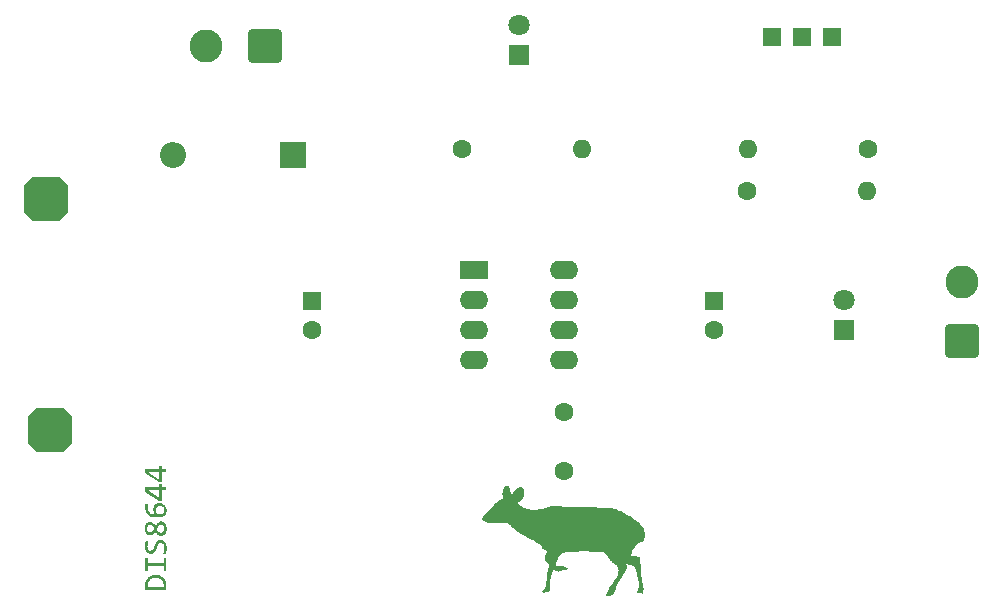
<source format=gbr>
%TF.GenerationSoftware,KiCad,Pcbnew,8.0.8*%
%TF.CreationDate,2025-04-26T12:51:53-04:00*%
%TF.ProjectId,udpudu,75647075-6475-42e6-9b69-6361645f7063,rev?*%
%TF.SameCoordinates,Original*%
%TF.FileFunction,Soldermask,Top*%
%TF.FilePolarity,Negative*%
%FSLAX46Y46*%
G04 Gerber Fmt 4.6, Leading zero omitted, Abs format (unit mm)*
G04 Created by KiCad (PCBNEW 8.0.8) date 2025-04-26 12:51:53*
%MOMM*%
%LPD*%
G01*
G04 APERTURE LIST*
G04 Aperture macros list*
%AMRoundRect*
0 Rectangle with rounded corners*
0 $1 Rounding radius*
0 $2 $3 $4 $5 $6 $7 $8 $9 X,Y pos of 4 corners*
0 Add a 4 corners polygon primitive as box body*
4,1,4,$2,$3,$4,$5,$6,$7,$8,$9,$2,$3,0*
0 Add four circle primitives for the rounded corners*
1,1,$1+$1,$2,$3*
1,1,$1+$1,$4,$5*
1,1,$1+$1,$6,$7*
1,1,$1+$1,$8,$9*
0 Add four rect primitives between the rounded corners*
20,1,$1+$1,$2,$3,$4,$5,0*
20,1,$1+$1,$4,$5,$6,$7,0*
20,1,$1+$1,$6,$7,$8,$9,0*
20,1,$1+$1,$8,$9,$2,$3,0*%
%AMOutline5P*
0 Free polygon, 5 corners , with rotation*
0 The origin of the aperture is its center*
0 number of corners: always 5*
0 $1 to $10 corner X, Y*
0 $11 Rotation angle, in degrees counterclockwise*
0 create outline with 5 corners*
4,1,5,$1,$2,$3,$4,$5,$6,$7,$8,$9,$10,$1,$2,$11*%
%AMOutline6P*
0 Free polygon, 6 corners , with rotation*
0 The origin of the aperture is its center*
0 number of corners: always 6*
0 $1 to $12 corner X, Y*
0 $13 Rotation angle, in degrees counterclockwise*
0 create outline with 6 corners*
4,1,6,$1,$2,$3,$4,$5,$6,$7,$8,$9,$10,$11,$12,$1,$2,$13*%
%AMOutline7P*
0 Free polygon, 7 corners , with rotation*
0 The origin of the aperture is its center*
0 number of corners: always 7*
0 $1 to $14 corner X, Y*
0 $15 Rotation angle, in degrees counterclockwise*
0 create outline with 7 corners*
4,1,7,$1,$2,$3,$4,$5,$6,$7,$8,$9,$10,$11,$12,$13,$14,$1,$2,$15*%
%AMOutline8P*
0 Free polygon, 8 corners , with rotation*
0 The origin of the aperture is its center*
0 number of corners: always 8*
0 $1 to $16 corner X, Y*
0 $17 Rotation angle, in degrees counterclockwise*
0 create outline with 8 corners*
4,1,8,$1,$2,$3,$4,$5,$6,$7,$8,$9,$10,$11,$12,$13,$14,$15,$16,$1,$2,$17*%
G04 Aperture macros list end*
%ADD10C,0.000000*%
%ADD11C,0.100000*%
%ADD12R,1.600000X1.600000*%
%ADD13C,1.600000*%
%ADD14R,1.500000X1.500000*%
%ADD15Outline8P,-1.900000X1.140000X-1.140000X1.900000X1.140000X1.900000X1.900000X1.140000X1.900000X-1.140000X1.140000X-1.900000X-1.140000X-1.900000X-1.900000X-1.140000X180.000000*%
%ADD16R,1.800000X1.800000*%
%ADD17C,1.800000*%
%ADD18O,1.600000X1.600000*%
%ADD19RoundRect,0.250001X1.149999X1.149999X-1.149999X1.149999X-1.149999X-1.149999X1.149999X-1.149999X0*%
%ADD20C,2.800000*%
%ADD21RoundRect,0.250001X1.149999X-1.149999X1.149999X1.149999X-1.149999X1.149999X-1.149999X-1.149999X0*%
%ADD22Outline8P,-1.900000X1.140000X-1.140000X1.900000X1.140000X1.900000X1.900000X1.140000X1.900000X-1.140000X1.140000X-1.900000X-1.140000X-1.900000X-1.900000X-1.140000X0.000000*%
%ADD23R,2.200000X2.200000*%
%ADD24O,2.200000X2.200000*%
%ADD25R,2.400000X1.600000*%
%ADD26O,2.400000X1.600000*%
G04 APERTURE END LIST*
D10*
G36*
X91500000Y-92000000D02*
G01*
X91524531Y-92002059D01*
X91536534Y-92003837D01*
X91548310Y-92006114D01*
X91559818Y-92008892D01*
X91571019Y-92012173D01*
X91581874Y-92015956D01*
X91592343Y-92020244D01*
X91602386Y-92025036D01*
X91611964Y-92030335D01*
X91621037Y-92036142D01*
X91629565Y-92042456D01*
X91637508Y-92049280D01*
X91644828Y-92056615D01*
X91661554Y-92076581D01*
X91677579Y-92098693D01*
X91692872Y-92122829D01*
X91707402Y-92148864D01*
X91721139Y-92176676D01*
X91734051Y-92206141D01*
X91746107Y-92237136D01*
X91757276Y-92269539D01*
X91767528Y-92303225D01*
X91776831Y-92338071D01*
X91785154Y-92373955D01*
X91792466Y-92410752D01*
X91798736Y-92448340D01*
X91803934Y-92486595D01*
X91808028Y-92525395D01*
X91810987Y-92564615D01*
X91812165Y-92594811D01*
X91813546Y-92622005D01*
X91815168Y-92646359D01*
X91816082Y-92657522D01*
X91817072Y-92668035D01*
X91818143Y-92677918D01*
X91819299Y-92687192D01*
X91820546Y-92695877D01*
X91821888Y-92703993D01*
X91823332Y-92711560D01*
X91824881Y-92718599D01*
X91826541Y-92725129D01*
X91828317Y-92731171D01*
X91830214Y-92736744D01*
X91832236Y-92741870D01*
X91834390Y-92746568D01*
X91836680Y-92750857D01*
X91839111Y-92754760D01*
X91841688Y-92758295D01*
X91844416Y-92761482D01*
X91847301Y-92764343D01*
X91850346Y-92766897D01*
X91853558Y-92769163D01*
X91856941Y-92771164D01*
X91860501Y-92772917D01*
X91864242Y-92774444D01*
X91868169Y-92775766D01*
X91872288Y-92776901D01*
X91876603Y-92777870D01*
X91884103Y-92778648D01*
X91891335Y-92778585D01*
X91894856Y-92778232D01*
X91898316Y-92777660D01*
X91901717Y-92776868D01*
X91905062Y-92775852D01*
X91908353Y-92774610D01*
X91911592Y-92773139D01*
X91914781Y-92771435D01*
X91917922Y-92769498D01*
X91921017Y-92767323D01*
X91924068Y-92764909D01*
X91930049Y-92759349D01*
X91935881Y-92752797D01*
X91941581Y-92745231D01*
X91947167Y-92736629D01*
X91952654Y-92726971D01*
X91958062Y-92716233D01*
X91963405Y-92704394D01*
X91968702Y-92691433D01*
X91973970Y-92677328D01*
X91984109Y-92651678D01*
X91995629Y-92625869D01*
X92022522Y-92574028D01*
X92054080Y-92522315D01*
X92089733Y-92471242D01*
X92128912Y-92421320D01*
X92171046Y-92373058D01*
X92215566Y-92326969D01*
X92261903Y-92283562D01*
X92309485Y-92243349D01*
X92357745Y-92206840D01*
X92406111Y-92174546D01*
X92454015Y-92146979D01*
X92500886Y-92124648D01*
X92523756Y-92115606D01*
X92546155Y-92108065D01*
X92568011Y-92102089D01*
X92589252Y-92097741D01*
X92609808Y-92095086D01*
X92629607Y-92094186D01*
X92641641Y-92094486D01*
X92653625Y-92095380D01*
X92665543Y-92096853D01*
X92677383Y-92098896D01*
X92689131Y-92101496D01*
X92700773Y-92104640D01*
X92712295Y-92108318D01*
X92723683Y-92112517D01*
X92734924Y-92117225D01*
X92746004Y-92122431D01*
X92756910Y-92128122D01*
X92767627Y-92134286D01*
X92778141Y-92140912D01*
X92788440Y-92147988D01*
X92808333Y-92163441D01*
X92827197Y-92180549D01*
X92844922Y-92199218D01*
X92861397Y-92219353D01*
X92876513Y-92240856D01*
X92890159Y-92263634D01*
X92896397Y-92275471D01*
X92902225Y-92287591D01*
X92907632Y-92299982D01*
X92912602Y-92312632D01*
X92917122Y-92325529D01*
X92921178Y-92338661D01*
X92930620Y-92376031D01*
X92938332Y-92414055D01*
X92944353Y-92452631D01*
X92948721Y-92491656D01*
X92951474Y-92531029D01*
X92952649Y-92570647D01*
X92952287Y-92610407D01*
X92950423Y-92650208D01*
X92947096Y-92689947D01*
X92942345Y-92729521D01*
X92936208Y-92768829D01*
X92928722Y-92807767D01*
X92919925Y-92846235D01*
X92909857Y-92884129D01*
X92898554Y-92921346D01*
X92886055Y-92957786D01*
X92872397Y-92993345D01*
X92857620Y-93027921D01*
X92841761Y-93061412D01*
X92824858Y-93093716D01*
X92806950Y-93124729D01*
X92788073Y-93154351D01*
X92768267Y-93182478D01*
X92747570Y-93209008D01*
X92726019Y-93233839D01*
X92703653Y-93256868D01*
X92680509Y-93277994D01*
X92656627Y-93297114D01*
X92632043Y-93314125D01*
X92606796Y-93328926D01*
X92580924Y-93341414D01*
X92554466Y-93351486D01*
X92525190Y-93360416D01*
X92499551Y-93368453D01*
X92477364Y-93375745D01*
X92467508Y-93379159D01*
X92458447Y-93382443D01*
X92450156Y-93385615D01*
X92442614Y-93388693D01*
X92435797Y-93391698D01*
X92429682Y-93394647D01*
X92424247Y-93397558D01*
X92419469Y-93400451D01*
X92415324Y-93403344D01*
X92411789Y-93406255D01*
X92408842Y-93409204D01*
X92406460Y-93412208D01*
X92404619Y-93415287D01*
X92403297Y-93418459D01*
X92402470Y-93421743D01*
X92402116Y-93425156D01*
X92402212Y-93428719D01*
X92402735Y-93432449D01*
X92403662Y-93436365D01*
X92404970Y-93440486D01*
X92406635Y-93444829D01*
X92408636Y-93449415D01*
X92413550Y-93459387D01*
X92419528Y-93470549D01*
X92432664Y-93489341D01*
X92454937Y-93512367D01*
X92485352Y-93539012D01*
X92522914Y-93568660D01*
X92566628Y-93600695D01*
X92615497Y-93634502D01*
X92724725Y-93704970D01*
X92842634Y-93775140D01*
X92961262Y-93840089D01*
X93018358Y-93869067D01*
X93072648Y-93894893D01*
X93123136Y-93916952D01*
X93168828Y-93934628D01*
X93252297Y-93962365D01*
X93339394Y-93985449D01*
X93430127Y-94003878D01*
X93524502Y-94017649D01*
X93622527Y-94026759D01*
X93724208Y-94031208D01*
X93829553Y-94030991D01*
X93938567Y-94026107D01*
X94051259Y-94016554D01*
X94167635Y-94002329D01*
X94287703Y-93983430D01*
X94411468Y-93959854D01*
X94538939Y-93931600D01*
X94670122Y-93898664D01*
X94805025Y-93861045D01*
X94943653Y-93818741D01*
X95025413Y-93793682D01*
X95102780Y-93771468D01*
X95176298Y-93752064D01*
X95246510Y-93735438D01*
X95313959Y-93721555D01*
X95379189Y-93710384D01*
X95442743Y-93701889D01*
X95505165Y-93696039D01*
X95566997Y-93692800D01*
X95628784Y-93692138D01*
X95691068Y-93694020D01*
X95754394Y-93698412D01*
X95819304Y-93705282D01*
X95886341Y-93714596D01*
X95956050Y-93726321D01*
X96028973Y-93740423D01*
X96111867Y-93752644D01*
X96231446Y-93763674D01*
X96610925Y-93783154D01*
X97227934Y-93800848D01*
X98142995Y-93818741D01*
X98951917Y-93831905D01*
X99281613Y-93838904D01*
X99568106Y-93847166D01*
X99816375Y-93857432D01*
X100031400Y-93870439D01*
X100218159Y-93886929D01*
X100302496Y-93896711D01*
X100381634Y-93907640D01*
X100456195Y-93919810D01*
X100526802Y-93933312D01*
X100594078Y-93948240D01*
X100658644Y-93964685D01*
X100721124Y-93982740D01*
X100782139Y-94002497D01*
X100842313Y-94024049D01*
X100902267Y-94047489D01*
X101024008Y-94100400D01*
X101152340Y-94161969D01*
X101448698Y-94314040D01*
X101578673Y-94383361D01*
X101705120Y-94453700D01*
X101827806Y-94524895D01*
X101946504Y-94596788D01*
X102060981Y-94669217D01*
X102171008Y-94742023D01*
X102276355Y-94815043D01*
X102376791Y-94888119D01*
X102472086Y-94961090D01*
X102562011Y-95033794D01*
X102646334Y-95106072D01*
X102724826Y-95177764D01*
X102797256Y-95248708D01*
X102863394Y-95318744D01*
X102923011Y-95387713D01*
X102975875Y-95455452D01*
X102994962Y-95482329D01*
X103012408Y-95507769D01*
X103028323Y-95532035D01*
X103042815Y-95555391D01*
X103055992Y-95578098D01*
X103067962Y-95600420D01*
X103078835Y-95622620D01*
X103088719Y-95644960D01*
X103097723Y-95667703D01*
X103105954Y-95691112D01*
X103113522Y-95715450D01*
X103120535Y-95740979D01*
X103127101Y-95767962D01*
X103133330Y-95796662D01*
X103139328Y-95827342D01*
X103145206Y-95860264D01*
X103152182Y-95905012D01*
X103157827Y-95949786D01*
X103162137Y-95994623D01*
X103165108Y-96039561D01*
X103166737Y-96084639D01*
X103167019Y-96129895D01*
X103165951Y-96175366D01*
X103163529Y-96221090D01*
X103159749Y-96267106D01*
X103154607Y-96313452D01*
X103148099Y-96360164D01*
X103140221Y-96407282D01*
X103130970Y-96454844D01*
X103120341Y-96502887D01*
X103108331Y-96551449D01*
X103094936Y-96600568D01*
X103087556Y-96627679D01*
X103080815Y-96651558D01*
X103074596Y-96672347D01*
X103071646Y-96681627D01*
X103068783Y-96690188D01*
X103065992Y-96698048D01*
X103063259Y-96705223D01*
X103060568Y-96711733D01*
X103057905Y-96717594D01*
X103055256Y-96722825D01*
X103052606Y-96727443D01*
X103049941Y-96731466D01*
X103047245Y-96734911D01*
X103044504Y-96737797D01*
X103041703Y-96740141D01*
X103038828Y-96741960D01*
X103035865Y-96743273D01*
X103032797Y-96744098D01*
X103029612Y-96744451D01*
X103026294Y-96744351D01*
X103022829Y-96743816D01*
X103019201Y-96742863D01*
X103015397Y-96741509D01*
X103011402Y-96739774D01*
X103007201Y-96737673D01*
X103002779Y-96735226D01*
X102998122Y-96732450D01*
X102988044Y-96725981D01*
X102978271Y-96720576D01*
X102968675Y-96716101D01*
X102959070Y-96712608D01*
X102949274Y-96710147D01*
X102939103Y-96708768D01*
X102928373Y-96708522D01*
X102916901Y-96709458D01*
X102904502Y-96711627D01*
X102890993Y-96715081D01*
X102876191Y-96719868D01*
X102859911Y-96726039D01*
X102841969Y-96733646D01*
X102822184Y-96742737D01*
X102800369Y-96753365D01*
X102749920Y-96779427D01*
X102680412Y-96819353D01*
X102612085Y-96865667D01*
X102545392Y-96917714D01*
X102480781Y-96974839D01*
X102418703Y-97036384D01*
X102359609Y-97101696D01*
X102303949Y-97170117D01*
X102252173Y-97240993D01*
X102204731Y-97313667D01*
X102162075Y-97387483D01*
X102124654Y-97461786D01*
X102092918Y-97535920D01*
X102067319Y-97609230D01*
X102048306Y-97681058D01*
X102036330Y-97750751D01*
X102033121Y-97784591D01*
X102031840Y-97817651D01*
X102031840Y-97974285D01*
X102298540Y-97974285D01*
X102352824Y-97975545D01*
X102378780Y-97976673D01*
X102403946Y-97978135D01*
X102428318Y-97979931D01*
X102451896Y-97982060D01*
X102474678Y-97984525D01*
X102496663Y-97987324D01*
X102517850Y-97990460D01*
X102538237Y-97993931D01*
X102557823Y-97997739D01*
X102576607Y-98001884D01*
X102594587Y-98006366D01*
X102611761Y-98011187D01*
X102628129Y-98016346D01*
X102643689Y-98021844D01*
X102658440Y-98027682D01*
X102672380Y-98033860D01*
X102685509Y-98040378D01*
X102697824Y-98047237D01*
X102709324Y-98054438D01*
X102720008Y-98061980D01*
X102729875Y-98069865D01*
X102738923Y-98078093D01*
X102747151Y-98086664D01*
X102754558Y-98095579D01*
X102761141Y-98104839D01*
X102766901Y-98114443D01*
X102771835Y-98124393D01*
X102775942Y-98134688D01*
X102779221Y-98145330D01*
X102781670Y-98156318D01*
X102785355Y-98179597D01*
X102789226Y-98219811D01*
X102797279Y-98342387D01*
X102805333Y-98506735D01*
X102812890Y-98695539D01*
X102822168Y-98890905D01*
X102837802Y-99104751D01*
X102858757Y-99328766D01*
X102883997Y-99554642D01*
X102912486Y-99774068D01*
X102943189Y-99978736D01*
X102975070Y-100160335D01*
X103007093Y-100310557D01*
X103021495Y-100372160D01*
X103034148Y-100428931D01*
X103045067Y-100481097D01*
X103054264Y-100528887D01*
X103061753Y-100572528D01*
X103067547Y-100612249D01*
X103071658Y-100648277D01*
X103074100Y-100680840D01*
X103074700Y-100695894D01*
X103074887Y-100710166D01*
X103074664Y-100723687D01*
X103074031Y-100736483D01*
X103072991Y-100748584D01*
X103071546Y-100760019D01*
X103069696Y-100770815D01*
X103067444Y-100781001D01*
X103064792Y-100790606D01*
X103061740Y-100799658D01*
X103058291Y-100808186D01*
X103054446Y-100816217D01*
X103050206Y-100823782D01*
X103045575Y-100830907D01*
X103040552Y-100837622D01*
X103035140Y-100843955D01*
X103028424Y-100851642D01*
X103022366Y-100859464D01*
X103016968Y-100867479D01*
X103012228Y-100875747D01*
X103008150Y-100884329D01*
X103004732Y-100893283D01*
X103001977Y-100902670D01*
X102999884Y-100912549D01*
X102998454Y-100922980D01*
X102997689Y-100934023D01*
X102997590Y-100945737D01*
X102998155Y-100958182D01*
X102999388Y-100971417D01*
X103001288Y-100985503D01*
X103003856Y-101000499D01*
X103007093Y-101016465D01*
X103028791Y-101132352D01*
X102812362Y-101110656D01*
X102768467Y-101105786D01*
X102726711Y-101100767D01*
X102688043Y-101095699D01*
X102653413Y-101090680D01*
X102623768Y-101085810D01*
X102600058Y-101081188D01*
X102590725Y-101079001D01*
X102583231Y-101076914D01*
X102577695Y-101074938D01*
X102574236Y-101073086D01*
X102570022Y-101070181D01*
X102566205Y-101066261D01*
X102562782Y-101061375D01*
X102559746Y-101055572D01*
X102554819Y-101041410D01*
X102551384Y-101024162D01*
X102549399Y-101004221D01*
X102548825Y-100981975D01*
X102549621Y-100957814D01*
X102551748Y-100932129D01*
X102555164Y-100905308D01*
X102559830Y-100877743D01*
X102565705Y-100849823D01*
X102572749Y-100821938D01*
X102580922Y-100794477D01*
X102590183Y-100767831D01*
X102600491Y-100742390D01*
X102611808Y-100718543D01*
X102624535Y-100692386D01*
X102635737Y-100665533D01*
X102645428Y-100637719D01*
X102653620Y-100608683D01*
X102660328Y-100578163D01*
X102665563Y-100545894D01*
X102669339Y-100511614D01*
X102671670Y-100475061D01*
X102672568Y-100435972D01*
X102672047Y-100394083D01*
X102670120Y-100349133D01*
X102666800Y-100300858D01*
X102656034Y-100193283D01*
X102639854Y-100069257D01*
X102618603Y-99938947D01*
X102589211Y-99791056D01*
X102553803Y-99633553D01*
X102514508Y-99474407D01*
X102473451Y-99321586D01*
X102432760Y-99183059D01*
X102394562Y-99066795D01*
X102377063Y-99019501D01*
X102360984Y-98980761D01*
X102345162Y-98949253D01*
X102329214Y-98920465D01*
X102312790Y-98894175D01*
X102295541Y-98870165D01*
X102277116Y-98848213D01*
X102257167Y-98828100D01*
X102235343Y-98809606D01*
X102211296Y-98792510D01*
X102184675Y-98776592D01*
X102155131Y-98761632D01*
X102122314Y-98747410D01*
X102085875Y-98733706D01*
X102045464Y-98720300D01*
X102000732Y-98706971D01*
X101951329Y-98693499D01*
X101896905Y-98679665D01*
X101839829Y-98665344D01*
X101789625Y-98652956D01*
X101745956Y-98642525D01*
X101708489Y-98634074D01*
X101691976Y-98630597D01*
X101676888Y-98627625D01*
X101663182Y-98625159D01*
X101650818Y-98623203D01*
X101639753Y-98621759D01*
X101629945Y-98620830D01*
X101621352Y-98620419D01*
X101613933Y-98620530D01*
X101607646Y-98621164D01*
X101602449Y-98622326D01*
X101600246Y-98623105D01*
X101598299Y-98624017D01*
X101596605Y-98625062D01*
X101595156Y-98626241D01*
X101593949Y-98627554D01*
X101592977Y-98629001D01*
X101592236Y-98630582D01*
X101591721Y-98632299D01*
X101591425Y-98634151D01*
X101591345Y-98636138D01*
X101591808Y-98640522D01*
X101593067Y-98645453D01*
X101595082Y-98650935D01*
X101597809Y-98656969D01*
X101601208Y-98663560D01*
X101605237Y-98670709D01*
X101609853Y-98678420D01*
X101620680Y-98695539D01*
X101625953Y-98703499D01*
X101631044Y-98712041D01*
X101635930Y-98721075D01*
X101640589Y-98730514D01*
X101645001Y-98740269D01*
X101649143Y-98750253D01*
X101652993Y-98760375D01*
X101656531Y-98770549D01*
X101659733Y-98780686D01*
X101662579Y-98790697D01*
X101665047Y-98800494D01*
X101667114Y-98809989D01*
X101668760Y-98819093D01*
X101669963Y-98827717D01*
X101670700Y-98835775D01*
X101670951Y-98843177D01*
X101669080Y-98867107D01*
X101663477Y-98895415D01*
X101654155Y-98928065D01*
X101641127Y-98965017D01*
X101624407Y-99006237D01*
X101604006Y-99051685D01*
X101552219Y-99155121D01*
X101485872Y-99275027D01*
X101405069Y-99411105D01*
X101309918Y-99563059D01*
X101200522Y-99730590D01*
X101088113Y-99904361D01*
X101036720Y-99986381D01*
X100988640Y-100064973D01*
X100943952Y-100140000D01*
X100902736Y-100211323D01*
X100865069Y-100278804D01*
X100831031Y-100342306D01*
X100800702Y-100401690D01*
X100774161Y-100456819D01*
X100751485Y-100507554D01*
X100732755Y-100553757D01*
X100718050Y-100595292D01*
X100707448Y-100632018D01*
X100701029Y-100663800D01*
X100699413Y-100677792D01*
X100698872Y-100690497D01*
X100698101Y-100712089D01*
X100695826Y-100734441D01*
X100692106Y-100757471D01*
X100687002Y-100781097D01*
X100680572Y-100805236D01*
X100672875Y-100829806D01*
X100663970Y-100854723D01*
X100653918Y-100879906D01*
X100630604Y-100930739D01*
X100603408Y-100981643D01*
X100572803Y-101031958D01*
X100539262Y-101081023D01*
X100503259Y-101128178D01*
X100465268Y-101172763D01*
X100425763Y-101214117D01*
X100385216Y-101251580D01*
X100364700Y-101268646D01*
X100344102Y-101284491D01*
X100323480Y-101299034D01*
X100302894Y-101312190D01*
X100282403Y-101323879D01*
X100262067Y-101334017D01*
X100241943Y-101342522D01*
X100222092Y-101349311D01*
X100198746Y-101355667D01*
X100173803Y-101360675D01*
X100147640Y-101364375D01*
X100120633Y-101366806D01*
X100093158Y-101368009D01*
X100065591Y-101368025D01*
X100038307Y-101366894D01*
X100011683Y-101364656D01*
X99986094Y-101361351D01*
X99961917Y-101357020D01*
X99939528Y-101351703D01*
X99919302Y-101345441D01*
X99901615Y-101338273D01*
X99893841Y-101334362D01*
X99886844Y-101330240D01*
X99880669Y-101325912D01*
X99875364Y-101321383D01*
X99870975Y-101316657D01*
X99867551Y-101311741D01*
X99866497Y-101310062D01*
X99865714Y-101308011D01*
X99864941Y-101302839D01*
X99865189Y-101296322D01*
X99866418Y-101288556D01*
X99868587Y-101279636D01*
X99871653Y-101269658D01*
X99875577Y-101258720D01*
X99880317Y-101246917D01*
X99885833Y-101234344D01*
X99892082Y-101221099D01*
X99899024Y-101207277D01*
X99906618Y-101192975D01*
X99914823Y-101178288D01*
X99923598Y-101163313D01*
X99932902Y-101148145D01*
X99942692Y-101132882D01*
X99965598Y-101096710D01*
X99987082Y-101061244D01*
X100007137Y-101026522D01*
X100025755Y-100992578D01*
X100042928Y-100959449D01*
X100058648Y-100927173D01*
X100072908Y-100895785D01*
X100085700Y-100865321D01*
X100097015Y-100835819D01*
X100106848Y-100807314D01*
X100115188Y-100779844D01*
X100122030Y-100753444D01*
X100127365Y-100728151D01*
X100131185Y-100704001D01*
X100133483Y-100681030D01*
X100134251Y-100659276D01*
X100134588Y-100647584D01*
X100135613Y-100636107D01*
X100137341Y-100624825D01*
X100139790Y-100613719D01*
X100142977Y-100602767D01*
X100146920Y-100591951D01*
X100151634Y-100581249D01*
X100157137Y-100570641D01*
X100163447Y-100560108D01*
X100170579Y-100549630D01*
X100178552Y-100539185D01*
X100187382Y-100528754D01*
X100197087Y-100518317D01*
X100207683Y-100507854D01*
X100219188Y-100497344D01*
X100231618Y-100486768D01*
X100251558Y-100470657D01*
X100270983Y-100455507D01*
X100289428Y-100441683D01*
X100298138Y-100435384D01*
X100306429Y-100429553D01*
X100314242Y-100424237D01*
X100321519Y-100419481D01*
X100328203Y-100415331D01*
X100334235Y-100411834D01*
X100339557Y-100409034D01*
X100344110Y-100406977D01*
X100347838Y-100405710D01*
X100349373Y-100405386D01*
X100350680Y-100405277D01*
X100355022Y-100403393D01*
X100361505Y-100397885D01*
X100380347Y-100376846D01*
X100437695Y-100300659D01*
X100513945Y-100190378D01*
X100600314Y-100059665D01*
X100688023Y-99922180D01*
X100768291Y-99791584D01*
X100832337Y-99681539D01*
X100855532Y-99638492D01*
X100871379Y-99605706D01*
X100876669Y-99591911D01*
X100881997Y-99576435D01*
X100892621Y-99541106D01*
X100902959Y-99501052D01*
X100912721Y-99457606D01*
X100921614Y-99412100D01*
X100929348Y-99365870D01*
X100935631Y-99320247D01*
X100940171Y-99276565D01*
X100942751Y-99245988D01*
X100944711Y-99217588D01*
X100946016Y-99191113D01*
X100946628Y-99166308D01*
X100946512Y-99142920D01*
X100945631Y-99120695D01*
X100943948Y-99099381D01*
X100941427Y-99078723D01*
X100938032Y-99058468D01*
X100933727Y-99038362D01*
X100928474Y-99018153D01*
X100922237Y-98997586D01*
X100914980Y-98976409D01*
X100906667Y-98954368D01*
X100897260Y-98931208D01*
X100886725Y-98906678D01*
X100875721Y-98882332D01*
X100864802Y-98859751D01*
X100853764Y-98838714D01*
X100842407Y-98819001D01*
X100830529Y-98800392D01*
X100817929Y-98782666D01*
X100804405Y-98765604D01*
X100789755Y-98748986D01*
X100773779Y-98732590D01*
X100756273Y-98716198D01*
X100737038Y-98699589D01*
X100715871Y-98682542D01*
X100692570Y-98664838D01*
X100666935Y-98646257D01*
X100638764Y-98626578D01*
X100607854Y-98605581D01*
X100551096Y-98564264D01*
X100522307Y-98541516D01*
X100493017Y-98517136D01*
X100432246Y-98462753D01*
X100367414Y-98399669D01*
X100297149Y-98326441D01*
X100220082Y-98241622D01*
X100134842Y-98143768D01*
X100040058Y-98031435D01*
X99676521Y-97598578D01*
X99384950Y-97611277D01*
X99313395Y-97612357D01*
X99223373Y-97610987D01*
X99118492Y-97607398D01*
X99002363Y-97601818D01*
X98750794Y-97585605D01*
X98497538Y-97564182D01*
X98323618Y-97548567D01*
X98181609Y-97536995D01*
X98120870Y-97532703D01*
X98066067Y-97529393D01*
X98016520Y-97527056D01*
X97971547Y-97525684D01*
X97930469Y-97525267D01*
X97892604Y-97525796D01*
X97857273Y-97527261D01*
X97823794Y-97529653D01*
X97791487Y-97532963D01*
X97759672Y-97537181D01*
X97727667Y-97542299D01*
X97694793Y-97548306D01*
X97640973Y-97556872D01*
X97568537Y-97565736D01*
X97480647Y-97574649D01*
X97380467Y-97583364D01*
X97155885Y-97599206D01*
X96920092Y-97611277D01*
X96749987Y-97618102D01*
X96678283Y-97621421D01*
X96614540Y-97624804D01*
X96558056Y-97628348D01*
X96508127Y-97632150D01*
X96464050Y-97636306D01*
X96425123Y-97640910D01*
X96390642Y-97646061D01*
X96359904Y-97651853D01*
X96332206Y-97658384D01*
X96306846Y-97665748D01*
X96283119Y-97674043D01*
X96260324Y-97683363D01*
X96237756Y-97693807D01*
X96214713Y-97705469D01*
X96176598Y-97726082D01*
X96140969Y-97746725D01*
X96107734Y-97767514D01*
X96076799Y-97788565D01*
X96048072Y-97809994D01*
X96021460Y-97831917D01*
X95996869Y-97854451D01*
X95974207Y-97877713D01*
X95953380Y-97901818D01*
X95934296Y-97926882D01*
X95916862Y-97953022D01*
X95900984Y-97980355D01*
X95886569Y-98008996D01*
X95873525Y-98039061D01*
X95861758Y-98070668D01*
X95851176Y-98103932D01*
X95845991Y-98120854D01*
X95840011Y-98138580D01*
X95833306Y-98156956D01*
X95825950Y-98175832D01*
X95818013Y-98195055D01*
X95809569Y-98214474D01*
X95791447Y-98253289D01*
X95772158Y-98291062D01*
X95762256Y-98309178D01*
X95752280Y-98326578D01*
X95742300Y-98343110D01*
X95732390Y-98358622D01*
X95722620Y-98372962D01*
X95713064Y-98385978D01*
X95693767Y-98412349D01*
X95676937Y-98436314D01*
X95662544Y-98458196D01*
X95650564Y-98478317D01*
X95645469Y-98487817D01*
X95640968Y-98496999D01*
X95637055Y-98505901D01*
X95633729Y-98514564D01*
X95630985Y-98523030D01*
X95628820Y-98531337D01*
X95627231Y-98539526D01*
X95626214Y-98547637D01*
X95625766Y-98555712D01*
X95625884Y-98563789D01*
X95626564Y-98571910D01*
X95627802Y-98580115D01*
X95629596Y-98588444D01*
X95631942Y-98596937D01*
X95634837Y-98605634D01*
X95638277Y-98614577D01*
X95642259Y-98623805D01*
X95646779Y-98633358D01*
X95657421Y-98653603D01*
X95670176Y-98675634D01*
X95685017Y-98699773D01*
X95750634Y-98806666D01*
X96004634Y-98803489D01*
X96058235Y-98804077D01*
X96112072Y-98805812D01*
X96164643Y-98808652D01*
X96214449Y-98812551D01*
X96259988Y-98817468D01*
X96280689Y-98820294D01*
X96299761Y-98823358D01*
X96317015Y-98826655D01*
X96332265Y-98830178D01*
X96345323Y-98833924D01*
X96356001Y-98837885D01*
X96378272Y-98846723D01*
X96402505Y-98857740D01*
X96428230Y-98870607D01*
X96454980Y-98884998D01*
X96482284Y-98900586D01*
X96509675Y-98917044D01*
X96536683Y-98934044D01*
X96562838Y-98951260D01*
X96587673Y-98968364D01*
X96610719Y-98985029D01*
X96631505Y-99000928D01*
X96649564Y-99015735D01*
X96664426Y-99029122D01*
X96675622Y-99040761D01*
X96679699Y-99045823D01*
X96682684Y-99050326D01*
X96684517Y-99054228D01*
X96685142Y-99057490D01*
X96684868Y-99058706D01*
X96684056Y-99059972D01*
X96680868Y-99062639D01*
X96675685Y-99065463D01*
X96668614Y-99068420D01*
X96659759Y-99071482D01*
X96649228Y-99074623D01*
X96623560Y-99081038D01*
X96592461Y-99087452D01*
X96556778Y-99093655D01*
X96517363Y-99099437D01*
X96475063Y-99104586D01*
X96450968Y-99107218D01*
X96426966Y-99110335D01*
X96403148Y-99113917D01*
X96379607Y-99117939D01*
X96356434Y-99122380D01*
X96333723Y-99127217D01*
X96311565Y-99132428D01*
X96290054Y-99137990D01*
X96269279Y-99143880D01*
X96249336Y-99150077D01*
X96230314Y-99156557D01*
X96212307Y-99163299D01*
X96195408Y-99170279D01*
X96179707Y-99177476D01*
X96165298Y-99184866D01*
X96152272Y-99192428D01*
X96138497Y-99200838D01*
X96124348Y-99208617D01*
X96109812Y-99215775D01*
X96094874Y-99222325D01*
X96079521Y-99228281D01*
X96063738Y-99233653D01*
X96047512Y-99238454D01*
X96030828Y-99242698D01*
X96013674Y-99246396D01*
X95996034Y-99249561D01*
X95977894Y-99252204D01*
X95959242Y-99254339D01*
X95940063Y-99255979D01*
X95920342Y-99257134D01*
X95900066Y-99257818D01*
X95879222Y-99258043D01*
X95854391Y-99257844D01*
X95831533Y-99257190D01*
X95810414Y-99255999D01*
X95790801Y-99254190D01*
X95772460Y-99251681D01*
X95755155Y-99248388D01*
X95738653Y-99244230D01*
X95722721Y-99239126D01*
X95707123Y-99232991D01*
X95691626Y-99225745D01*
X95675996Y-99217306D01*
X95659998Y-99207590D01*
X95643399Y-99196517D01*
X95625964Y-99184003D01*
X95607460Y-99169967D01*
X95587651Y-99154326D01*
X95573684Y-99143506D01*
X95559998Y-99133295D01*
X95546654Y-99123731D01*
X95533709Y-99114855D01*
X95521224Y-99106703D01*
X95509256Y-99099317D01*
X95497865Y-99092733D01*
X95487110Y-99086991D01*
X95477049Y-99082129D01*
X95467741Y-99078187D01*
X95459246Y-99075203D01*
X95455322Y-99074082D01*
X95451622Y-99073215D01*
X95448156Y-99072608D01*
X95444929Y-99072264D01*
X95441949Y-99072188D01*
X95439224Y-99072386D01*
X95436761Y-99072862D01*
X95434568Y-99073622D01*
X95432651Y-99074669D01*
X95431018Y-99076009D01*
X95427465Y-99080879D01*
X95422808Y-99089592D01*
X95410480Y-99117698D01*
X95394629Y-99158628D01*
X95375852Y-99210683D01*
X95354743Y-99272164D01*
X95331898Y-99341371D01*
X95283380Y-99496168D01*
X95245898Y-99623605D01*
X95217177Y-99727770D01*
X95205724Y-99774131D01*
X95196009Y-99818280D01*
X95187880Y-99861419D01*
X95181185Y-99904752D01*
X95175774Y-99949480D01*
X95171496Y-99996805D01*
X95168199Y-100047930D01*
X95165732Y-100104058D01*
X95162684Y-100236127D01*
X95161143Y-100402631D01*
X95159619Y-100540045D01*
X95158565Y-100599415D01*
X95157282Y-100652928D01*
X95155741Y-100700859D01*
X95153916Y-100743485D01*
X95151779Y-100781083D01*
X95149303Y-100813927D01*
X95146461Y-100842293D01*
X95143227Y-100866459D01*
X95141453Y-100877052D01*
X95139572Y-100886699D01*
X95137579Y-100895433D01*
X95135470Y-100903289D01*
X95133243Y-100910303D01*
X95130894Y-100916507D01*
X95128419Y-100921936D01*
X95125816Y-100926626D01*
X95123080Y-100930611D01*
X95120209Y-100933924D01*
X95117199Y-100936602D01*
X95114047Y-100938677D01*
X95099469Y-100944538D01*
X95075608Y-100952328D01*
X95043698Y-100961643D01*
X95004973Y-100972081D01*
X94960666Y-100983238D01*
X94912013Y-100994711D01*
X94860247Y-101006098D01*
X94806601Y-101016994D01*
X94767934Y-101024752D01*
X94732960Y-101031554D01*
X94701477Y-101037402D01*
X94673284Y-101042294D01*
X94648179Y-101046232D01*
X94636722Y-101047843D01*
X94625961Y-101049215D01*
X94615871Y-101050348D01*
X94606428Y-101051242D01*
X94597605Y-101051898D01*
X94589378Y-101052315D01*
X94581722Y-101052493D01*
X94574610Y-101052433D01*
X94568019Y-101052134D01*
X94561923Y-101051596D01*
X94556297Y-101050819D01*
X94551115Y-101049804D01*
X94546353Y-101048550D01*
X94541984Y-101047057D01*
X94537985Y-101045325D01*
X94534330Y-101043355D01*
X94530993Y-101041146D01*
X94527949Y-101038698D01*
X94525174Y-101036011D01*
X94522642Y-101033086D01*
X94520327Y-101029922D01*
X94518205Y-101026519D01*
X94514614Y-101020573D01*
X94511479Y-101014447D01*
X94508798Y-101008146D01*
X94506567Y-101001677D01*
X94504783Y-100995045D01*
X94503445Y-100988256D01*
X94502548Y-100981316D01*
X94502090Y-100974230D01*
X94502069Y-100967005D01*
X94502482Y-100959647D01*
X94503325Y-100952160D01*
X94504597Y-100944552D01*
X94506293Y-100936827D01*
X94508412Y-100928991D01*
X94513906Y-100913013D01*
X94521055Y-100896662D01*
X94529838Y-100879985D01*
X94540231Y-100863030D01*
X94552212Y-100845842D01*
X94565760Y-100828468D01*
X94580850Y-100810954D01*
X94597462Y-100793348D01*
X94615572Y-100775695D01*
X94625020Y-100767212D01*
X94634476Y-100758288D01*
X94643888Y-100749000D01*
X94653201Y-100739429D01*
X94662362Y-100729654D01*
X94671317Y-100719753D01*
X94680014Y-100709805D01*
X94688398Y-100699890D01*
X94696417Y-100690087D01*
X94704016Y-100680475D01*
X94711142Y-100671132D01*
X94717742Y-100662138D01*
X94723762Y-100653571D01*
X94729149Y-100645512D01*
X94733849Y-100638039D01*
X94737809Y-100631231D01*
X94746044Y-100613485D01*
X94754273Y-100590814D01*
X94770700Y-100530739D01*
X94787053Y-100451093D01*
X94803294Y-100351963D01*
X94819386Y-100233436D01*
X94835292Y-100095598D01*
X94850975Y-99938537D01*
X94866397Y-99762339D01*
X94875798Y-99673993D01*
X94887431Y-99579942D01*
X94900851Y-99483063D01*
X94915610Y-99386234D01*
X94931261Y-99292332D01*
X94947360Y-99204234D01*
X94963458Y-99124818D01*
X94979110Y-99056960D01*
X94987124Y-99026358D01*
X94994680Y-98995801D01*
X95008322Y-98935591D01*
X95019842Y-98877873D01*
X95029050Y-98824193D01*
X95035752Y-98776093D01*
X95038104Y-98754619D01*
X95039757Y-98735119D01*
X95040688Y-98717787D01*
X95040872Y-98702814D01*
X95040286Y-98690395D01*
X95038906Y-98680723D01*
X95036525Y-98671952D01*
X95032811Y-98662180D01*
X95027842Y-98651507D01*
X95021699Y-98640035D01*
X95014462Y-98627865D01*
X95006210Y-98615099D01*
X94997023Y-98601838D01*
X94986981Y-98588185D01*
X94976164Y-98574240D01*
X94964652Y-98560105D01*
X94952524Y-98545882D01*
X94939860Y-98531672D01*
X94926741Y-98517576D01*
X94913246Y-98503697D01*
X94899455Y-98490135D01*
X94885447Y-98476993D01*
X94865846Y-98458142D01*
X94848049Y-98440360D01*
X94831949Y-98423463D01*
X94817441Y-98407267D01*
X94804418Y-98391590D01*
X94792774Y-98376246D01*
X94782403Y-98361053D01*
X94773198Y-98345826D01*
X94765053Y-98330383D01*
X94757863Y-98314538D01*
X94751521Y-98298110D01*
X94745921Y-98280913D01*
X94740956Y-98262764D01*
X94736521Y-98243479D01*
X94732509Y-98222876D01*
X94728814Y-98200769D01*
X94723209Y-98160215D01*
X94719295Y-98120891D01*
X94717078Y-98082773D01*
X94716561Y-98045838D01*
X94717749Y-98010063D01*
X94720647Y-97975424D01*
X94725260Y-97941898D01*
X94731592Y-97909462D01*
X94739648Y-97878093D01*
X94749433Y-97847767D01*
X94760951Y-97818461D01*
X94774207Y-97790152D01*
X94789205Y-97762816D01*
X94805951Y-97736431D01*
X94824448Y-97710973D01*
X94844702Y-97686419D01*
X94855200Y-97674239D01*
X94864868Y-97662404D01*
X94873705Y-97650911D01*
X94881712Y-97639757D01*
X94888889Y-97628939D01*
X94895236Y-97618455D01*
X94900753Y-97608302D01*
X94905440Y-97598478D01*
X94909298Y-97588979D01*
X94912327Y-97579802D01*
X94914526Y-97570946D01*
X94915897Y-97562407D01*
X94916439Y-97554183D01*
X94916153Y-97546271D01*
X94915039Y-97538669D01*
X94913096Y-97531373D01*
X94910326Y-97524380D01*
X94906728Y-97517689D01*
X94902302Y-97511296D01*
X94897050Y-97505199D01*
X94890970Y-97499396D01*
X94884063Y-97493882D01*
X94876330Y-97488656D01*
X94867770Y-97483714D01*
X94858384Y-97479055D01*
X94848171Y-97474676D01*
X94837133Y-97470573D01*
X94825269Y-97466744D01*
X94812580Y-97463186D01*
X94799065Y-97459897D01*
X94784725Y-97456874D01*
X94769560Y-97454114D01*
X94756625Y-97451889D01*
X94743728Y-97449288D01*
X94730890Y-97446325D01*
X94718132Y-97443013D01*
X94692932Y-97435391D01*
X94668291Y-97426523D01*
X94644368Y-97416511D01*
X94621327Y-97405457D01*
X94599327Y-97393461D01*
X94578531Y-97380626D01*
X94568634Y-97373925D01*
X94559098Y-97367053D01*
X94549944Y-97360021D01*
X94541191Y-97352844D01*
X94532860Y-97345532D01*
X94524971Y-97338099D01*
X94517544Y-97330558D01*
X94510599Y-97322922D01*
X94504156Y-97315202D01*
X94498236Y-97307412D01*
X94492858Y-97299565D01*
X94488043Y-97291673D01*
X94483811Y-97283749D01*
X94480182Y-97275805D01*
X94477176Y-97267854D01*
X94474814Y-97259910D01*
X94463865Y-97223023D01*
X94453153Y-97189645D01*
X94442246Y-97159317D01*
X94430711Y-97131579D01*
X94418116Y-97105970D01*
X94404028Y-97082032D01*
X94388014Y-97059305D01*
X94369642Y-97037329D01*
X94348480Y-97015644D01*
X94324095Y-96993792D01*
X94296054Y-96971311D01*
X94263924Y-96947743D01*
X94227275Y-96922627D01*
X94185672Y-96895505D01*
X94085876Y-96833401D01*
X93928028Y-96740946D01*
X93721612Y-96623984D01*
X93493466Y-96498092D01*
X93270431Y-96378847D01*
X93039874Y-96255625D01*
X92851844Y-96152092D01*
X92770618Y-96105582D01*
X92696234Y-96061444D01*
X92627427Y-96018827D01*
X92562935Y-95976880D01*
X92501494Y-95934753D01*
X92441841Y-95891596D01*
X92382711Y-95846558D01*
X92322842Y-95798790D01*
X92260970Y-95747441D01*
X92195832Y-95691660D01*
X92050702Y-95563402D01*
X91877154Y-95407220D01*
X91808072Y-95345618D01*
X91747274Y-95293932D01*
X91692125Y-95251352D01*
X91639992Y-95217069D01*
X91588240Y-95190277D01*
X91534235Y-95170165D01*
X91475344Y-95155926D01*
X91408932Y-95146750D01*
X91332366Y-95141831D01*
X91243012Y-95140358D01*
X91015402Y-95144520D01*
X90705031Y-95152769D01*
X89883235Y-95174464D01*
X89776343Y-95092973D01*
X89765090Y-95084820D01*
X89753611Y-95076861D01*
X89741991Y-95069143D01*
X89730314Y-95061711D01*
X89718665Y-95054610D01*
X89707129Y-95047887D01*
X89695790Y-95041587D01*
X89684732Y-95035757D01*
X89674039Y-95030440D01*
X89663797Y-95025685D01*
X89654090Y-95021535D01*
X89645003Y-95018038D01*
X89636619Y-95015238D01*
X89629023Y-95013181D01*
X89622301Y-95011914D01*
X89616535Y-95011481D01*
X89608213Y-95011063D01*
X89599736Y-95009832D01*
X89591130Y-95007820D01*
X89582425Y-95005060D01*
X89573646Y-95001585D01*
X89564822Y-94997427D01*
X89555980Y-94992621D01*
X89547148Y-94987197D01*
X89529623Y-94974633D01*
X89512467Y-94959996D01*
X89495900Y-94943550D01*
X89480142Y-94925557D01*
X89465414Y-94906281D01*
X89451935Y-94885984D01*
X89439926Y-94864929D01*
X89429607Y-94843379D01*
X89421198Y-94821596D01*
X89417778Y-94810700D01*
X89414919Y-94799844D01*
X89412647Y-94789061D01*
X89410990Y-94778384D01*
X89409975Y-94767846D01*
X89409631Y-94757480D01*
X89410476Y-94741558D01*
X89413288Y-94725199D01*
X89418484Y-94707895D01*
X89426482Y-94689136D01*
X89437698Y-94668410D01*
X89452549Y-94645209D01*
X89471453Y-94619021D01*
X89494827Y-94589338D01*
X89523087Y-94555649D01*
X89556650Y-94517444D01*
X89641356Y-94425445D01*
X89752281Y-94309262D01*
X89892760Y-94164815D01*
X89991101Y-94064345D01*
X90084674Y-93966592D01*
X90171339Y-93874022D01*
X90248955Y-93789106D01*
X90315386Y-93714309D01*
X90368489Y-93652101D01*
X90389375Y-93626489D01*
X90406127Y-93604949D01*
X90418478Y-93587791D01*
X90426160Y-93575322D01*
X90441131Y-93553146D01*
X90465236Y-93526053D01*
X90497328Y-93494856D01*
X90536260Y-93460369D01*
X90580885Y-93423404D01*
X90630055Y-93384776D01*
X90682623Y-93345296D01*
X90737442Y-93305778D01*
X90793366Y-93267035D01*
X90849245Y-93229881D01*
X90903935Y-93195128D01*
X90956286Y-93163589D01*
X91005152Y-93136078D01*
X91049386Y-93113408D01*
X91087841Y-93096392D01*
X91119368Y-93085843D01*
X91131617Y-93082304D01*
X91142596Y-93078785D01*
X91152350Y-93075222D01*
X91156782Y-93073403D01*
X91160924Y-93071548D01*
X91164783Y-93069648D01*
X91168364Y-93067697D01*
X91171672Y-93065684D01*
X91174714Y-93063603D01*
X91177494Y-93061444D01*
X91180019Y-93059201D01*
X91182293Y-93056863D01*
X91184324Y-93054424D01*
X91186115Y-93051875D01*
X91187674Y-93049207D01*
X91189004Y-93046413D01*
X91190113Y-93043484D01*
X91191006Y-93040412D01*
X91191688Y-93037189D01*
X91192165Y-93033806D01*
X91192443Y-93030256D01*
X91192527Y-93026530D01*
X91192423Y-93022619D01*
X91192136Y-93018516D01*
X91191672Y-93014213D01*
X91190236Y-93004971D01*
X91188160Y-92994827D01*
X91166597Y-92909035D01*
X91152441Y-92853365D01*
X91137889Y-92797447D01*
X91129429Y-92755720D01*
X91124007Y-92710881D01*
X91121500Y-92663490D01*
X91121783Y-92614107D01*
X91124733Y-92563292D01*
X91130225Y-92511604D01*
X91138135Y-92459603D01*
X91148340Y-92407848D01*
X91160716Y-92356900D01*
X91175138Y-92307317D01*
X91191482Y-92259660D01*
X91209625Y-92214488D01*
X91229441Y-92172360D01*
X91250809Y-92133837D01*
X91273602Y-92099478D01*
X91285495Y-92084035D01*
X91297698Y-92069843D01*
X91305931Y-92061847D01*
X91314729Y-92054329D01*
X91324053Y-92047291D01*
X91333862Y-92040734D01*
X91344117Y-92034658D01*
X91354779Y-92029065D01*
X91365808Y-92023956D01*
X91377164Y-92019332D01*
X91388807Y-92015194D01*
X91400698Y-92011544D01*
X91425067Y-92005707D01*
X91449951Y-92001832D01*
X91475034Y-91999927D01*
X91500000Y-92000000D01*
G37*
D11*
G36*
X61851675Y-99556410D02*
G01*
X61950340Y-99566326D01*
X61994682Y-99573133D01*
X62094179Y-99595239D01*
X62187504Y-99626507D01*
X62213035Y-99637124D01*
X62303403Y-99684029D01*
X62385827Y-99742311D01*
X62396217Y-99750942D01*
X62468352Y-99823513D01*
X62526188Y-99904029D01*
X62537390Y-99922889D01*
X62580664Y-100010925D01*
X62615231Y-100109925D01*
X62628248Y-100159316D01*
X62646325Y-100256057D01*
X62656899Y-100361572D01*
X62660000Y-100465108D01*
X62660000Y-100850034D01*
X60878004Y-100850034D01*
X60878004Y-100395743D01*
X61096845Y-100395743D01*
X61096845Y-100605792D01*
X62441158Y-100605792D01*
X62441158Y-100423098D01*
X62435255Y-100313539D01*
X62417545Y-100214757D01*
X62375565Y-100099810D01*
X62312596Y-100004021D01*
X62228638Y-99927390D01*
X62123690Y-99869916D01*
X61997752Y-99831601D01*
X61889524Y-99815436D01*
X61769490Y-99810048D01*
X61669361Y-99812869D01*
X61568802Y-99822620D01*
X61471189Y-99841390D01*
X61454905Y-99845708D01*
X61358348Y-99880889D01*
X61272756Y-99932661D01*
X61246810Y-99954640D01*
X61182282Y-100031033D01*
X61137073Y-100123740D01*
X61132505Y-100137334D01*
X61109417Y-100233004D01*
X61098552Y-100332621D01*
X61096845Y-100395743D01*
X60878004Y-100395743D01*
X60878004Y-100386950D01*
X60881362Y-100285261D01*
X60895005Y-100167531D01*
X60919143Y-100060224D01*
X60953776Y-99963340D01*
X61009189Y-99860838D01*
X61079714Y-99773346D01*
X61092937Y-99760223D01*
X61181357Y-99689835D01*
X61267267Y-99642303D01*
X61364291Y-99604884D01*
X61472431Y-99577579D01*
X61591685Y-99560386D01*
X61695091Y-99553914D01*
X61749462Y-99553105D01*
X61851675Y-99556410D01*
G37*
G36*
X61096845Y-98812561D02*
G01*
X61096845Y-99225819D01*
X60878004Y-99225819D01*
X60878004Y-98151639D01*
X61096845Y-98151639D01*
X61096845Y-98564898D01*
X62441158Y-98564898D01*
X62441158Y-98151639D01*
X62660000Y-98151639D01*
X62660000Y-99225819D01*
X62441158Y-99225819D01*
X62441158Y-98812561D01*
X61096845Y-98812561D01*
G37*
G36*
X62180307Y-96554780D02*
G01*
X62279053Y-96563406D01*
X62373674Y-96591990D01*
X62404521Y-96607048D01*
X62487304Y-96665065D01*
X62556133Y-96741114D01*
X62564256Y-96752616D01*
X62614078Y-96841547D01*
X62649290Y-96937187D01*
X62660000Y-96977320D01*
X62679050Y-97079352D01*
X62688790Y-97179641D01*
X62691263Y-97266503D01*
X62688492Y-97364336D01*
X62685401Y-97408653D01*
X62676162Y-97507696D01*
X62671723Y-97544940D01*
X62657257Y-97641981D01*
X62652672Y-97667550D01*
X62631105Y-97763199D01*
X62628736Y-97772086D01*
X62378632Y-97772086D01*
X62413454Y-97677037D01*
X62439258Y-97580071D01*
X62447508Y-97540544D01*
X62462689Y-97439244D01*
X62470450Y-97337696D01*
X62472421Y-97248429D01*
X62468450Y-97145332D01*
X62454347Y-97047173D01*
X62422621Y-96951223D01*
X62400125Y-96911374D01*
X62327997Y-96842389D01*
X62312198Y-96834193D01*
X62214387Y-96810842D01*
X62193984Y-96810258D01*
X62096898Y-96833064D01*
X62069909Y-96850802D01*
X62001280Y-96922207D01*
X61977585Y-96957292D01*
X61929767Y-97046975D01*
X61903824Y-97107745D01*
X61867460Y-97198500D01*
X61834459Y-97280181D01*
X61794535Y-97372639D01*
X61756789Y-97452616D01*
X61704737Y-97541815D01*
X61657627Y-97603070D01*
X61582869Y-97672425D01*
X61523782Y-97709560D01*
X61428229Y-97742344D01*
X61341088Y-97750104D01*
X61238546Y-97737894D01*
X61159860Y-97711514D01*
X61070532Y-97658655D01*
X61001102Y-97592323D01*
X60941976Y-97506213D01*
X60900283Y-97415262D01*
X60889239Y-97384228D01*
X60863341Y-97281807D01*
X60850102Y-97175972D01*
X60846741Y-97080879D01*
X60851625Y-96982693D01*
X60864219Y-96882487D01*
X60865303Y-96875715D01*
X60883246Y-96778157D01*
X60885331Y-96768248D01*
X60908474Y-96672909D01*
X60909267Y-96670062D01*
X61128108Y-96670062D01*
X61102585Y-96769439D01*
X61083715Y-96868815D01*
X61081702Y-96882065D01*
X61070132Y-96979481D01*
X61065598Y-97080078D01*
X61065582Y-97086252D01*
X61069856Y-97184560D01*
X61087221Y-97287867D01*
X61125689Y-97383122D01*
X61133970Y-97395952D01*
X61207930Y-97466778D01*
X61302498Y-97494241D01*
X61316664Y-97494626D01*
X61414300Y-97471820D01*
X61441716Y-97454082D01*
X61511047Y-97382677D01*
X61535017Y-97347592D01*
X61583446Y-97257909D01*
X61609755Y-97197138D01*
X61646119Y-97106384D01*
X61679120Y-97024703D01*
X61719076Y-96932245D01*
X61757766Y-96852267D01*
X61807332Y-96767717D01*
X61858394Y-96701814D01*
X61934656Y-96632458D01*
X61995170Y-96595324D01*
X62092217Y-96562540D01*
X62180307Y-96554780D01*
G37*
G36*
X62324645Y-95012188D02*
G01*
X62418602Y-95045893D01*
X62424061Y-95048778D01*
X62508344Y-95108700D01*
X62570118Y-95179204D01*
X62619305Y-95264276D01*
X62653980Y-95355879D01*
X62660000Y-95377041D01*
X62680241Y-95472742D01*
X62690163Y-95574893D01*
X62691263Y-95624214D01*
X62686729Y-95729544D01*
X62671585Y-95832489D01*
X62659023Y-95883112D01*
X62622758Y-95980041D01*
X62571772Y-96065923D01*
X62568164Y-96070690D01*
X62495968Y-96144123D01*
X62430411Y-96184996D01*
X62335580Y-96215805D01*
X62254556Y-96223098D01*
X62148312Y-96212246D01*
X62052573Y-96179691D01*
X61974654Y-96131263D01*
X61903223Y-96063829D01*
X61842605Y-95986497D01*
X61785465Y-95893401D01*
X61761186Y-95846964D01*
X61708494Y-95938386D01*
X61646231Y-96022383D01*
X61573224Y-96093401D01*
X61559441Y-96103907D01*
X61471605Y-96153321D01*
X61374427Y-96179928D01*
X61304452Y-96184996D01*
X61207388Y-96173713D01*
X61134459Y-96149337D01*
X61047459Y-96097628D01*
X60987913Y-96041381D01*
X60930027Y-95960048D01*
X60887738Y-95867384D01*
X60885331Y-95860642D01*
X60860345Y-95766162D01*
X60848587Y-95667644D01*
X60846972Y-95612979D01*
X61034319Y-95612979D01*
X61041534Y-95710744D01*
X61068666Y-95805595D01*
X61095380Y-95852826D01*
X61171339Y-95917306D01*
X61270501Y-95938715D01*
X61278073Y-95938799D01*
X61376114Y-95923091D01*
X61388960Y-95918283D01*
X61473002Y-95864801D01*
X61484214Y-95854291D01*
X61550343Y-95777263D01*
X61572142Y-95746336D01*
X61623705Y-95660983D01*
X61638608Y-95632519D01*
X61847159Y-95632519D01*
X61895152Y-95723760D01*
X61937041Y-95790300D01*
X61998855Y-95866072D01*
X62027411Y-95892882D01*
X62110758Y-95944066D01*
X62123154Y-95948569D01*
X62220383Y-95965113D01*
X62227201Y-95965177D01*
X62323500Y-95943112D01*
X62332226Y-95938311D01*
X62405384Y-95870762D01*
X62409406Y-95865038D01*
X62451382Y-95773384D01*
X62456789Y-95753663D01*
X62471185Y-95655169D01*
X62472421Y-95613468D01*
X62465103Y-95513130D01*
X62458255Y-95476203D01*
X62424444Y-95382710D01*
X62413803Y-95364340D01*
X62344193Y-95292613D01*
X62338576Y-95289113D01*
X62241793Y-95261998D01*
X62230132Y-95261758D01*
X62131458Y-95278367D01*
X62045410Y-95329649D01*
X62036692Y-95337473D01*
X61969533Y-95413453D01*
X61943391Y-95451290D01*
X61892876Y-95537958D01*
X61847159Y-95632519D01*
X61638608Y-95632519D01*
X61659581Y-95592463D01*
X61607927Y-95503200D01*
X61549566Y-95423082D01*
X61489588Y-95361898D01*
X61406373Y-95310139D01*
X61305180Y-95286848D01*
X61283447Y-95286182D01*
X61185513Y-95302638D01*
X61103814Y-95361745D01*
X61095868Y-95372156D01*
X61053794Y-95460566D01*
X61036483Y-95557332D01*
X61034319Y-95612979D01*
X60846972Y-95612979D01*
X60846741Y-95605163D01*
X60851000Y-95505856D01*
X60865226Y-95408970D01*
X60877027Y-95361409D01*
X60913419Y-95264811D01*
X60963000Y-95185066D01*
X61033771Y-95115720D01*
X61099288Y-95077599D01*
X61194737Y-95048765D01*
X61277096Y-95041939D01*
X61381315Y-95052272D01*
X61474336Y-95083268D01*
X61549183Y-95129378D01*
X61623077Y-95197873D01*
X61684443Y-95275267D01*
X61740275Y-95367068D01*
X61745554Y-95377041D01*
X61792146Y-95291019D01*
X61832016Y-95229030D01*
X61895023Y-95149994D01*
X61937041Y-95109351D01*
X62018796Y-95052129D01*
X62066489Y-95030216D01*
X62161935Y-95005868D01*
X62225247Y-95001884D01*
X62324645Y-95012188D01*
G37*
G36*
X62198202Y-93449566D02*
G01*
X62297631Y-93474143D01*
X62331737Y-93487090D01*
X62420869Y-93533278D01*
X62499341Y-93594053D01*
X62519804Y-93614096D01*
X62583023Y-93692448D01*
X62633339Y-93783890D01*
X62645345Y-93812421D01*
X62675075Y-93910993D01*
X62689065Y-94009282D01*
X62691263Y-94069853D01*
X62685721Y-94167906D01*
X62667037Y-94265657D01*
X62644368Y-94332658D01*
X62597565Y-94419088D01*
X62534155Y-94493425D01*
X62499288Y-94523656D01*
X62411127Y-94579922D01*
X62314865Y-94621127D01*
X62252114Y-94640404D01*
X62153396Y-94661270D01*
X62055495Y-94673441D01*
X61949016Y-94679353D01*
X61898939Y-94679972D01*
X61797525Y-94677499D01*
X61698446Y-94670080D01*
X61633691Y-94662386D01*
X61531491Y-94643912D01*
X61434450Y-94617859D01*
X61391402Y-94603279D01*
X61295552Y-94561806D01*
X61207182Y-94510047D01*
X61183307Y-94493370D01*
X61105623Y-94426745D01*
X61038410Y-94347404D01*
X61021130Y-94322400D01*
X60970960Y-94233086D01*
X60933522Y-94140053D01*
X60915617Y-94081088D01*
X60894202Y-93980516D01*
X60882448Y-93880071D01*
X60878151Y-93782330D01*
X60878004Y-93759665D01*
X60878004Y-93582344D01*
X61096845Y-93582344D01*
X61096845Y-93774808D01*
X61101290Y-93880275D01*
X61116276Y-93983876D01*
X61134459Y-94053733D01*
X61173261Y-94149783D01*
X61227908Y-94236301D01*
X61240460Y-94251570D01*
X61315931Y-94321912D01*
X61405568Y-94373691D01*
X61500830Y-94406664D01*
X61598844Y-94425043D01*
X61620990Y-94427424D01*
X61690844Y-94432798D01*
X61642658Y-94345836D01*
X61606594Y-94254020D01*
X61599986Y-94233007D01*
X61576611Y-94130292D01*
X61567611Y-94038590D01*
X61753370Y-94038590D01*
X61764103Y-94137880D01*
X61765582Y-94144591D01*
X61795740Y-94239894D01*
X61799776Y-94249616D01*
X61844834Y-94338970D01*
X61850090Y-94347801D01*
X61907705Y-94430378D01*
X61909685Y-94432798D01*
X62010750Y-94430413D01*
X62109250Y-94422279D01*
X62194473Y-94408374D01*
X62291302Y-94379758D01*
X62377166Y-94334612D01*
X62447386Y-94264774D01*
X62474863Y-94214445D01*
X62499631Y-94116519D01*
X62503684Y-94049337D01*
X62491678Y-93948104D01*
X62478283Y-93906210D01*
X62428449Y-93821453D01*
X62402079Y-93793370D01*
X62318901Y-93735856D01*
X62280446Y-93719120D01*
X62182863Y-93696032D01*
X62116803Y-93692254D01*
X62018686Y-93700077D01*
X61965861Y-93712281D01*
X61876102Y-93754963D01*
X61851556Y-93774808D01*
X61791401Y-93855224D01*
X61779260Y-93882763D01*
X61756429Y-93979184D01*
X61753370Y-94038590D01*
X61567611Y-94038590D01*
X61566626Y-94028550D01*
X61565792Y-93987787D01*
X61572322Y-93882697D01*
X61593960Y-93782145D01*
X61605359Y-93749406D01*
X61649323Y-93660856D01*
X61711360Y-93583202D01*
X61715757Y-93578925D01*
X61798491Y-93516294D01*
X61884773Y-93476831D01*
X61981115Y-93451937D01*
X62078782Y-93442454D01*
X62100683Y-93442149D01*
X62198202Y-93449566D01*
G37*
G36*
X62253579Y-92143265D02*
G01*
X62660000Y-92143265D01*
X62660000Y-92387997D01*
X62253579Y-92387997D01*
X62253579Y-93252128D01*
X62034738Y-93252128D01*
X60878004Y-92486671D01*
X60878004Y-92387997D01*
X61105150Y-92387997D01*
X62034738Y-93013258D01*
X62034738Y-92387997D01*
X61105150Y-92387997D01*
X60878004Y-92387997D01*
X60878004Y-92143265D01*
X62034738Y-92143265D01*
X62034738Y-91836985D01*
X62253579Y-91836985D01*
X62253579Y-92143265D01*
G37*
G36*
X62253579Y-90605512D02*
G01*
X62660000Y-90605512D01*
X62660000Y-90850244D01*
X62253579Y-90850244D01*
X62253579Y-91714375D01*
X62034738Y-91714375D01*
X60878004Y-90948918D01*
X60878004Y-90850244D01*
X61105150Y-90850244D01*
X62034738Y-91475505D01*
X62034738Y-90850244D01*
X61105150Y-90850244D01*
X60878004Y-90850244D01*
X60878004Y-90605512D01*
X62034738Y-90605512D01*
X62034738Y-90299232D01*
X62253579Y-90299232D01*
X62253579Y-90605512D01*
G37*
D12*
%TO.C,C2*%
X75000000Y-76317621D03*
D13*
X75000000Y-78817621D03*
%TD*%
D14*
%TO.C,SW1*%
X113960000Y-54000000D03*
X116500000Y-54000000D03*
X119040000Y-54000000D03*
%TD*%
D15*
%TO.C,J2*%
X52500000Y-67708333D03*
%TD*%
D16*
%TO.C,D3*%
X120000000Y-78775000D03*
D17*
X120000000Y-76235000D03*
%TD*%
D12*
%TO.C,C1*%
X109000000Y-76317621D03*
D13*
X109000000Y-78817621D03*
%TD*%
%TO.C,C3*%
X96329945Y-85775758D03*
X96329945Y-90775758D03*
%TD*%
%TO.C,R1*%
X87720000Y-63500000D03*
D18*
X97880000Y-63500000D03*
%TD*%
D19*
%TO.C,J1*%
X71047495Y-54797531D03*
D20*
X66047495Y-54797531D03*
%TD*%
D21*
%TO.C,J3*%
X130000000Y-79750000D03*
D20*
X130000000Y-74750000D03*
%TD*%
D16*
%TO.C,D2*%
X92500000Y-55500000D03*
D17*
X92500000Y-52960000D03*
%TD*%
D13*
%TO.C,R3*%
X111840000Y-67000000D03*
D18*
X122000000Y-67000000D03*
%TD*%
D13*
%TO.C,R2*%
X122045000Y-63500000D03*
D18*
X111885000Y-63500000D03*
%TD*%
D22*
%TO.C,J4*%
X52810000Y-87291666D03*
%TD*%
D23*
%TO.C,D1*%
X73415000Y-64000000D03*
D24*
X63255000Y-64000000D03*
%TD*%
D25*
%TO.C,U1*%
X88700000Y-73700000D03*
D26*
X88700000Y-76240000D03*
X88700000Y-78780000D03*
X88700000Y-81320000D03*
X96320000Y-81320000D03*
X96320000Y-78780000D03*
X96320000Y-76240000D03*
X96320000Y-73700000D03*
%TD*%
M02*

</source>
